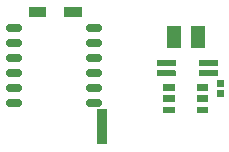
<source format=gbp>
G04 Layer: BottomPasteMaskLayer*
G04 EasyEDA v6.4.25, 2021-12-20T14:24:14+08:00*
G04 e4404237a4cc4071a16999871e39c68f,c1e8d67ad17f4412881db65ed68e30a3,10*
G04 Gerber Generator version 0.2*
G04 Scale: 100 percent, Rotated: No, Reflected: No *
G04 Dimensions in millimeters *
G04 leading zeros omitted , absolute positions ,4 integer and 5 decimal *
%FSLAX45Y45*%
%MOMM*%

%ADD24C,0.7000*%

%LPD*%
G36*
X2016912Y13748766D02*
G01*
X2015794Y13748664D01*
X2014728Y13748308D01*
X2012950Y13746886D01*
X2012340Y13745921D01*
X2011984Y13744854D01*
X2011984Y13702284D01*
X2012340Y13701217D01*
X2013762Y13699490D01*
X2014728Y13698880D01*
X2016912Y13698372D01*
X2169312Y13698372D01*
X2171496Y13698880D01*
X2173274Y13700302D01*
X2173884Y13701217D01*
X2174240Y13702284D01*
X2174240Y13744854D01*
X2173884Y13745921D01*
X2172462Y13747699D01*
X2171496Y13748308D01*
X2170430Y13748664D01*
G37*
G36*
X2016912Y13658799D02*
G01*
X2014728Y13658291D01*
X2012950Y13656868D01*
X2012340Y13655954D01*
X2011984Y13654887D01*
X2011984Y13612317D01*
X2012340Y13611250D01*
X2013762Y13609472D01*
X2014728Y13608862D01*
X2015794Y13608507D01*
X2170430Y13608507D01*
X2171496Y13608862D01*
X2173274Y13610285D01*
X2173884Y13611250D01*
X2174240Y13612317D01*
X2174240Y13654887D01*
X2173884Y13655954D01*
X2172462Y13657681D01*
X2171496Y13658291D01*
X2169312Y13658799D01*
G37*
G36*
X2374392Y13658799D02*
G01*
X2372207Y13658291D01*
X2371242Y13657681D01*
X2369870Y13655954D01*
X2369362Y13653769D01*
X2369362Y13613434D01*
X2369870Y13611250D01*
X2371242Y13609472D01*
X2372207Y13608862D01*
X2373274Y13608507D01*
X2527960Y13608507D01*
X2529027Y13608862D01*
X2529992Y13609472D01*
X2531364Y13611250D01*
X2531872Y13613434D01*
X2531872Y13653769D01*
X2531364Y13655954D01*
X2529992Y13657681D01*
X2529027Y13658291D01*
X2526842Y13658799D01*
G37*
G36*
X2374392Y13748766D02*
G01*
X2373274Y13748664D01*
X2372207Y13748308D01*
X2371242Y13747699D01*
X2369870Y13745921D01*
X2369362Y13743736D01*
X2369362Y13703452D01*
X2369870Y13701217D01*
X2371242Y13699490D01*
X2372207Y13698880D01*
X2374392Y13698372D01*
X2526842Y13698372D01*
X2529027Y13698880D01*
X2529992Y13699490D01*
X2531364Y13701217D01*
X2531872Y13703452D01*
X2531872Y13743736D01*
X2531364Y13745921D01*
X2529992Y13747699D01*
X2529027Y13748308D01*
X2527960Y13748664D01*
G37*
G36*
X2529687Y13579195D02*
G01*
X2525674Y13575182D01*
X2525674Y13525144D01*
X2529687Y13521131D01*
X2575712Y13521131D01*
X2579725Y13525144D01*
X2579725Y13575182D01*
X2575712Y13579195D01*
G37*
G36*
X2529687Y13494105D02*
G01*
X2525674Y13490143D01*
X2525674Y13440054D01*
X2529687Y13436041D01*
X2575712Y13436041D01*
X2579725Y13440054D01*
X2579725Y13490143D01*
X2575712Y13494105D01*
G37*
D24*
X1517980Y13385800D02*
G01*
X1447980Y13385800D01*
X1517980Y13512800D02*
G01*
X1447980Y13512800D01*
X1517980Y13639800D02*
G01*
X1447980Y13639800D01*
X1517980Y13766800D02*
G01*
X1447980Y13766800D01*
X1517980Y13893800D02*
G01*
X1447980Y13893800D01*
X1517980Y14020800D02*
G01*
X1447980Y14020800D01*
X837996Y13385800D02*
G01*
X767996Y13385800D01*
X837996Y13512800D02*
G01*
X767996Y13512800D01*
X837996Y13639800D02*
G01*
X767996Y13639800D01*
X837996Y13893800D02*
G01*
X767996Y13893800D01*
X837996Y14020800D02*
G01*
X767996Y14020800D01*
X837996Y13766800D02*
G01*
X767996Y13766800D01*
G36*
X1509301Y13332599D02*
G01*
X1589300Y13332599D01*
X1589300Y13032600D01*
X1509301Y13032600D01*
G37*
G36*
X1378745Y14113573D02*
G01*
X1378745Y14193573D01*
X1228742Y14193573D01*
X1228742Y14113573D01*
G37*
G36*
X1078745Y14113573D02*
G01*
X1078745Y14193573D01*
X928743Y14193573D01*
X928743Y14113573D01*
G37*
G36*
X2350602Y13296214D02*
G01*
X2450602Y13296214D01*
X2450602Y13351215D01*
X2350602Y13351215D01*
G37*
G36*
X2350602Y13391210D02*
G01*
X2450602Y13391210D01*
X2450602Y13446211D01*
X2350602Y13446211D01*
G37*
G36*
X2350602Y13486206D02*
G01*
X2450602Y13486206D01*
X2450602Y13541207D01*
X2350602Y13541207D01*
G37*
G36*
X2070592Y13486206D02*
G01*
X2170592Y13486206D01*
X2170592Y13541207D01*
X2070592Y13541207D01*
G37*
G36*
X2070592Y13391210D02*
G01*
X2170592Y13391210D01*
X2170592Y13446211D01*
X2070592Y13446211D01*
G37*
G36*
X2070592Y13296214D02*
G01*
X2170592Y13296214D01*
X2170592Y13351215D01*
X2070592Y13351215D01*
G37*
G36*
X2220600Y14029418D02*
G01*
X2100600Y14029418D01*
X2100600Y13849418D01*
X2220600Y13849418D01*
G37*
G36*
X2420599Y14029418D02*
G01*
X2300599Y14029418D01*
X2300599Y13849418D01*
X2420599Y13849418D01*
G37*
M02*

</source>
